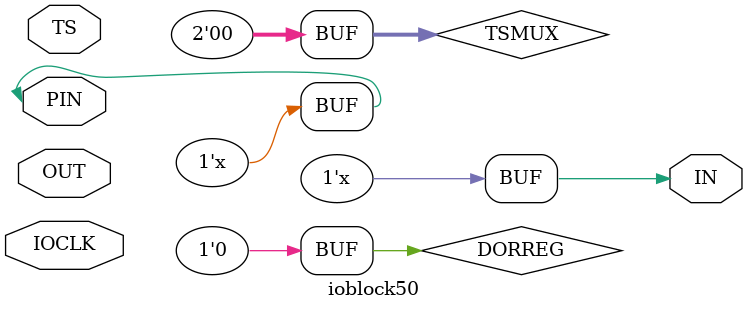
<source format=v>
module ioblock50(
	       inout  PIN,
	       input  TS,
	       input  OUT,
	       output IN,
	       input IOCLK
	       );
   
   reg 		     D;
   reg [2-1:0] 	     TSMUX;
   reg 		     DORREG;

   assign PIN = ( TSMUX == 2'b00 ) ? 1'bz : (( TSMUX == 2'b01 && TS == 1'b1 ) ? OUT : (( TSMUX == 2'b01 && TS == 1'b0 ) ? 1'bz : OUT));
   assign IN  = ( DORREG == 1'b0 ) ? PIN  : D;
   
   initial
     begin
	D=1'b0;
	TSMUX=2'b00;
	DORREG=1'b0;
     end
   
   always @(posedge IOCLK) D=PIN;
   
endmodule       

</source>
